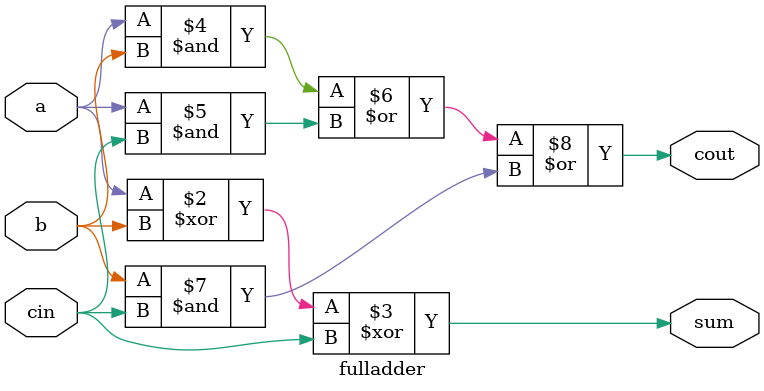
<source format=v>

module add_sub(V,s,cout,sel,A,B);
input [3:0] A, B; // Declaration of two four-bit inputs
input sel; // and the one-bit input carry
output [3:0] s; // Declaration of the five-bit outputs
output V,cout;  //overflow bit
wire [3:0] D;
wire [3:1] c;  // internal carry wires
assign V= c[3] ^ cout;  // carry 3 or 4 creates an overflow
//overflow indicates wrong output
assign D=B ^({sel,sel,sel,sel});
fulladder fa0(A[0],D[0],sel,s[0],c[1]);
fulladder fa1(A[1],D[1],c[1],s[1],c[2]);
fulladder fa2(A[2],D[2],c[2],s[2],c[3]);
fulladder fa3(A[3],D[3],c[3],s[3],cout);
endmodule




module fulladder(a,b,cin,sum,cout);
  input a,b,cin;
  output sum,cout;
  reg sum,cout;
  always @ (a or b or cin)
  begin
    sum <= a ^ b ^ cin;
    cout <= (a & b) | (a & cin) | (b & cin);
  end
endmodule

</source>
